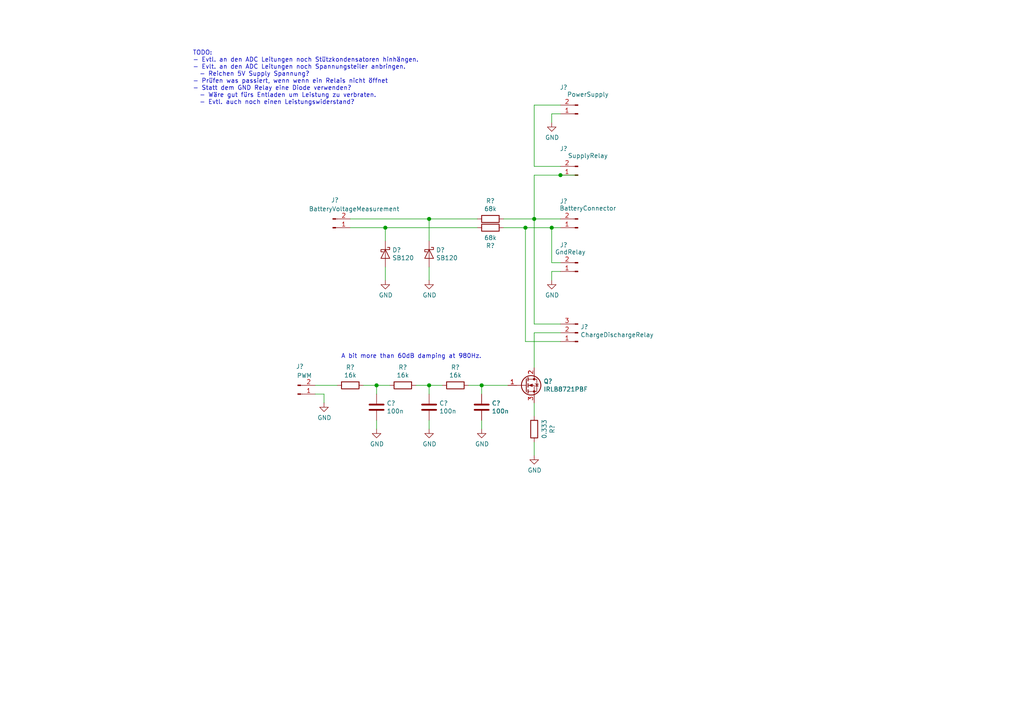
<source format=kicad_sch>
(kicad_sch (version 20201015) (generator eeschema)
  (paper "A4")
  (lib_symbols
    (symbol "Connector:Conn_01x02_Male" (pin_names (offset 1.016) hide)
      (property "Reference" "J" (at 0 2.54 0))
      (property "Value" "Conn_01x02_Male" (at 0 -5.08 0))
      (symbol "Conn_01x02_Male_1_1"
        (rectangle (start 0.8636 -2.413) (end 0 -2.667) (stroke (width 0.1524)) (fill (type outline)))
        (rectangle (start 0.8636 0.127) (end 0 -0.127) (stroke (width 0.1524)) (fill (type outline)))
        (polyline (pts (xy 1.27 -2.54) (xy 0.8636 -2.54)) (stroke (width 0.1524)))
        (polyline (pts (xy 1.27 0) (xy 0.8636 0)) (stroke (width 0.1524)))
        (pin passive line (at 5.08 0 180) (length 3.81) (name "Pin_1") (number "1"))
        (pin passive line (at 5.08 -2.54 180) (length 3.81) (name "Pin_2") (number "2"))
      )
    )
    (symbol "Connector:Conn_01x03_Male" (pin_names (offset 1.016) hide)
      (property "Reference" "J" (at 0 5.08 0))
      (property "Value" "Conn_01x03_Male" (at 0 -5.08 0))
      (symbol "Conn_01x03_Male_1_1"
        (rectangle (start 0.8636 -2.413) (end 0 -2.667) (stroke (width 0.1524)) (fill (type outline)))
        (rectangle (start 0.8636 0.127) (end 0 -0.127) (stroke (width 0.1524)) (fill (type outline)))
        (rectangle (start 0.8636 2.667) (end 0 2.413) (stroke (width 0.1524)) (fill (type outline)))
        (polyline (pts (xy 1.27 -2.54) (xy 0.8636 -2.54)) (stroke (width 0.1524)))
        (polyline (pts (xy 1.27 0) (xy 0.8636 0)) (stroke (width 0.1524)))
        (polyline (pts (xy 1.27 2.54) (xy 0.8636 2.54)) (stroke (width 0.1524)))
        (pin passive line (at 5.08 2.54 180) (length 3.81) (name "Pin_1") (number "1"))
        (pin passive line (at 5.08 0 180) (length 3.81) (name "Pin_2") (number "2"))
        (pin passive line (at 5.08 -2.54 180) (length 3.81) (name "Pin_3") (number "3"))
      )
    )
    (symbol "Device:C" (pin_numbers hide) (pin_names (offset 0.254))
      (property "Reference" "C" (at 0.635 2.54 0))
      (property "Value" "C" (at 0.635 -2.54 0))
      (symbol "C_0_1"
        (polyline (pts (xy -2.032 -0.762) (xy 2.032 -0.762)) (stroke (width 0.508)))
        (polyline (pts (xy -2.032 0.762) (xy 2.032 0.762)) (stroke (width 0.508)))
      )
      (symbol "C_1_1"
        (pin passive line (at 0 3.81 270) (length 2.794) (name "~") (number "1"))
        (pin passive line (at 0 -3.81 90) (length 2.794) (name "~") (number "2"))
      )
    )
    (symbol "Device:R" (pin_numbers hide) (pin_names (offset 0))
      (property "Reference" "R" (at 2.032 0 90))
      (property "Value" "R" (at 0 0 90))
      (symbol "R_0_1"
        (rectangle (start -1.016 -2.54) (end 1.016 2.54) (stroke (width 0.254)))
      )
      (symbol "R_1_1"
        (pin passive line (at 0 3.81 270) (length 1.27) (name "~") (number "1"))
        (pin passive line (at 0 -3.81 90) (length 1.27) (name "~") (number "2"))
      )
    )
    (symbol "Diode:SB120" (pin_numbers hide) (pin_names (offset 1.016) hide)
      (property "Reference" "D" (at 0 2.54 0))
      (property "Value" "SB120" (at 0 -2.54 0))
      (symbol "SB120_0_1"
        (polyline (pts (xy 1.27 0) (xy -1.27 0)))
        (polyline (pts (xy 1.27 1.27) (xy 1.27 -1.27) (xy -1.27 0) (xy 1.27 1.27)) (stroke (width 0.2032)))
        (polyline (pts (xy -1.905 0.635) (xy -1.905 1.27) (xy -1.27 1.27) (xy -1.27 -1.27) (xy -0.635 -1.27) (xy -0.635 -0.635)) (stroke (width 0.2032)))
      )
      (symbol "SB120_1_1"
        (pin passive line (at -3.81 0 0) (length 2.54) (name "K") (number "1"))
        (pin passive line (at 3.81 0 180) (length 2.54) (name "A") (number "2"))
      )
    )
    (symbol "Transistor_FET:IRLB8721PBF" (pin_names (offset 0) hide)
      (property "Reference" "Q" (at 6.35 1.905 0))
      (property "Value" "IRLB8721PBF" (at 6.35 0 0))
      (symbol "IRLB8721PBF_0_1"
        (circle (center 1.651 0) (radius 2.8194) (stroke (width 0.254)))
        (circle (center 2.54 -1.778) (radius 0.2794) (fill (type outline)))
        (circle (center 2.54 1.778) (radius 0.2794) (fill (type outline)))
        (polyline (pts (xy 0.254 0) (xy -2.54 0)))
        (polyline (pts (xy 0.762 -1.778) (xy 2.54 -1.778)))
        (polyline (pts (xy 0.762 -1.27) (xy 0.762 -2.286)) (stroke (width 0.254)))
        (polyline (pts (xy 0.762 0) (xy 2.54 0)))
        (polyline (pts (xy 0.762 0.508) (xy 0.762 -0.508)) (stroke (width 0.254)))
        (polyline (pts (xy 0.762 1.778) (xy 2.54 1.778)))
        (polyline (pts (xy 0.762 2.286) (xy 0.762 1.27)) (stroke (width 0.254)))
        (polyline (pts (xy 2.54 -1.778) (xy 2.54 -2.54)))
        (polyline (pts (xy 2.54 -1.778) (xy 2.54 0)))
        (polyline (pts (xy 2.54 2.54) (xy 2.54 1.778)))
        (polyline (pts (xy 0.254 1.905) (xy 0.254 -1.905) (xy 0.254 -1.905)) (stroke (width 0.254)))
        (polyline (pts (xy 1.016 0) (xy 2.032 0.381) (xy 2.032 -0.381) (xy 1.016 0)) (fill (type outline)))
        (polyline (pts (xy 2.54 -1.778) (xy 3.302 -1.778) (xy 3.302 1.778) (xy 2.54 1.778)))
        (polyline (pts (xy 2.794 0.508) (xy 2.921 0.381) (xy 3.683 0.381) (xy 3.81 0.254)))
        (polyline (pts (xy 3.302 0.381) (xy 2.921 -0.254) (xy 3.683 -0.254) (xy 3.302 0.381)))
      )
      (symbol "IRLB8721PBF_1_1"
        (pin input line (at -5.08 0 0) (length 2.54) (name "G") (number "1"))
        (pin passive line (at 2.54 5.08 270) (length 2.54) (name "D") (number "2"))
        (pin passive line (at 2.54 -5.08 90) (length 2.54) (name "S") (number "3"))
      )
    )
    (symbol "power:GND" (power) (pin_names (offset 0))
      (property "Value" "GND" (at 0 -3.81 0))
      (symbol "GND_0_1"
        (polyline (pts (xy 0 0) (xy 0 -1.27) (xy 1.27 -1.27) (xy 0 -2.54) (xy -1.27 -1.27) (xy 0 -1.27)))
      )
      (symbol "GND_1_1"
        (pin power_in line (at 0 0 270) (length 0) hide (name "GND") (number "1"))
      )
    )
  )
  (junction (at 109.22 111.76) (diameter 1.016))
  (junction (at 111.76 66.04) (diameter 1.016))
  (junction (at 124.46 63.5) (diameter 1.016))
  (junction (at 124.46 111.76) (diameter 1.016))
  (junction (at 139.7 111.76) (diameter 1.016))
  (junction (at 152.4 66.04) (diameter 1.016))
  (junction (at 154.94 63.5) (diameter 1.016))
  (junction (at 160.02 66.04) (diameter 1.016))
  (junction (at 162.56 50.8) (diameter 1.016))
  (wire (pts (xy 91.44 111.76) (xy 97.79 111.76)))
  (wire (pts (xy 93.98 114.3) (xy 91.44 114.3)))
  (wire (pts (xy 93.98 116.84) (xy 93.98 114.3)))
  (wire (pts (xy 101.6 63.5) (xy 124.46 63.5)))
  (wire (pts (xy 101.6 66.04) (xy 111.76 66.04)))
  (wire (pts (xy 105.41 111.76) (xy 109.22 111.76)))
  (wire (pts (xy 109.22 111.76) (xy 109.22 114.3)))
  (wire (pts (xy 109.22 111.76) (xy 113.03 111.76)))
  (wire (pts (xy 109.22 121.92) (xy 109.22 124.46)))
  (wire (pts (xy 111.76 66.04) (xy 111.76 69.85)))
  (wire (pts (xy 111.76 66.04) (xy 138.43 66.04)))
  (wire (pts (xy 111.76 77.47) (xy 111.76 81.28)))
  (wire (pts (xy 124.46 63.5) (xy 124.46 69.85)))
  (wire (pts (xy 124.46 63.5) (xy 138.43 63.5)))
  (wire (pts (xy 124.46 77.47) (xy 124.46 81.28)))
  (wire (pts (xy 124.46 111.76) (xy 120.65 111.76)))
  (wire (pts (xy 124.46 111.76) (xy 124.46 114.3)))
  (wire (pts (xy 124.46 111.76) (xy 128.27 111.76)))
  (wire (pts (xy 124.46 121.92) (xy 124.46 124.46)))
  (wire (pts (xy 135.89 111.76) (xy 139.7 111.76)))
  (wire (pts (xy 139.7 111.76) (xy 147.32 111.76)))
  (wire (pts (xy 139.7 114.3) (xy 139.7 111.76)))
  (wire (pts (xy 139.7 121.92) (xy 139.7 124.46)))
  (wire (pts (xy 146.05 63.5) (xy 154.94 63.5)))
  (wire (pts (xy 146.05 66.04) (xy 152.4 66.04)))
  (wire (pts (xy 152.4 66.04) (xy 160.02 66.04)))
  (wire (pts (xy 152.4 99.06) (xy 152.4 66.04)))
  (wire (pts (xy 154.94 30.48) (xy 162.56 30.48)))
  (wire (pts (xy 154.94 48.26) (xy 154.94 30.48)))
  (wire (pts (xy 154.94 50.8) (xy 154.94 63.5)))
  (wire (pts (xy 154.94 63.5) (xy 162.56 63.5)))
  (wire (pts (xy 154.94 93.98) (xy 154.94 63.5)))
  (wire (pts (xy 154.94 96.52) (xy 162.56 96.52)))
  (wire (pts (xy 154.94 106.68) (xy 154.94 96.52)))
  (wire (pts (xy 154.94 116.84) (xy 154.94 120.65)))
  (wire (pts (xy 154.94 128.27) (xy 154.94 132.08)))
  (wire (pts (xy 160.02 33.02) (xy 162.56 33.02)))
  (wire (pts (xy 160.02 35.56) (xy 160.02 33.02)))
  (wire (pts (xy 160.02 66.04) (xy 162.56 66.04)))
  (wire (pts (xy 160.02 76.2) (xy 160.02 66.04)))
  (wire (pts (xy 160.02 78.74) (xy 162.56 78.74)))
  (wire (pts (xy 160.02 81.28) (xy 160.02 78.74)))
  (wire (pts (xy 162.56 48.26) (xy 154.94 48.26)))
  (wire (pts (xy 162.56 50.8) (xy 154.94 50.8)))
  (wire (pts (xy 162.56 76.2) (xy 160.02 76.2)))
  (wire (pts (xy 162.56 93.98) (xy 154.94 93.98)))
  (wire (pts (xy 162.56 99.06) (xy 152.4 99.06)))
  (wire (pts (xy 167.64 50.8) (xy 162.56 50.8)))
  (text "TODO:\n- Evtl. an den ADC Leitungen noch Stützkondensatoren hinhängen.\n- Evlt. an den ADC Leitungen noch Spannungsteiler anbringen.\n  - Reichen 5V Supply Spannung?\n- Prüfen was passiert, wenn wenn ein Relais nicht öffnet\n- Statt dem GND Relay eine Diode verwenden?\n  - Wäre gut fürs Entladen um Leistung zu verbraten.\n  - Evtl. auch noch einen Leistungswiderstand?" (at 55.88 30.48 0) (effects (font (size 1.27 1.27)) (justify left bottom)))
  (text "A bit more than 60dB damping at 980Hz." (at 139.7 104.14 180) (effects (font (size 1.27 1.27)) (justify right bottom)))
  (symbol (lib_id "power:GND") (at 93.98 116.84 0) (unit 1)
    (property "Reference" "#PWR?" (effects hide))
    (property "Value" "GND" (at 94.0943 121.1644 0))
  )
  (symbol (lib_id "power:GND") (at 109.22 124.46 0) (unit 1)
    (property "Reference" "#PWR?" (effects hide))
    (property "Value" "GND" (at 109.3343 128.7844 0))
  )
  (symbol (lib_id "power:GND") (at 111.76 81.28 0) (unit 1)
    (property "Reference" "#PWR?" (effects hide))
    (property "Value" "GND" (at 111.8743 85.6044 0))
  )
  (symbol (lib_id "power:GND") (at 124.46 81.28 0) (unit 1)
    (property "Reference" "#PWR?" (effects hide))
    (property "Value" "GND" (at 124.5743 85.6044 0))
  )
  (symbol (lib_id "power:GND") (at 124.46 124.46 0) (unit 1)
    (property "Reference" "#PWR?" (effects hide))
    (property "Value" "GND" (at 124.5743 128.7844 0))
  )
  (symbol (lib_id "power:GND") (at 139.7 124.46 0) (unit 1)
    (property "Reference" "#PWR?" (effects hide))
    (property "Value" "GND" (at 139.8143 128.7844 0))
  )
  (symbol (lib_id "power:GND") (at 154.94 132.08 0) (unit 1)
    (property "Reference" "#PWR?" (effects hide))
    (property "Value" "GND" (at 155.0543 136.4044 0))
  )
  (symbol (lib_id "power:GND") (at 160.02 35.56 0) (unit 1)
    (property "Reference" "#PWR?" (effects hide))
    (property "Value" "GND" (at 160.1343 39.8844 0))
  )
  (symbol (lib_id "power:GND") (at 160.02 81.28 0) (unit 1)
    (property "Reference" "#PWR?" (effects hide))
    (property "Value" "GND" (at 160.1343 85.6044 0))
  )
  (symbol (lib_id "Device:R") (at 101.6 111.76 90) (unit 1)
    (property "Reference" "R?" (at 101.6 106.5338 90))
    (property "Value" "16k" (at 101.6 108.8325 90))
  )
  (symbol (lib_id "Device:R") (at 116.84 111.76 90) (unit 1)
    (property "Reference" "R?" (at 116.84 106.5338 90))
    (property "Value" "16k" (at 116.84 108.833 90))
  )
  (symbol (lib_id "Device:R") (at 132.08 111.76 90) (unit 1)
    (property "Reference" "R?" (at 132.08 106.5338 90))
    (property "Value" "16k" (at 132.08 108.832 90))
  )
  (symbol (lib_id "Device:R") (at 142.24 63.5 90) (unit 1)
    (property "Reference" "R?" (at 142.24 58.2738 90))
    (property "Value" "68k" (at 142.24 60.572 90))
  )
  (symbol (lib_id "Device:R") (at 142.24 66.04 270) (unit 1)
    (property "Reference" "R?" (at 142.24 71.2662 90))
    (property "Value" "68k" (at 142.24 68.968 90))
  )
  (symbol (lib_id "Device:R") (at 154.94 124.46 0) (unit 1)
    (property "Reference" "R?" (at 160.1662 124.46 90))
    (property "Value" "0.333" (at 157.868 124.46 90))
  )
  (symbol (lib_id "Diode:SB120") (at 111.76 73.66 270) (unit 1)
    (property "Reference" "D?" (at 113.7667 72.5106 90) (effects (justify left)))
    (property "Value" "SB120" (at 113.7667 74.8093 90) (effects (justify left)))
    (property "Footprint" "Diode_THT:D_DO-41_SOD81_P10.16mm_Horizontal" (effects hide))
    (property "Datasheet" "http://www.diodes.com/_files/datasheets/ds23022.pdf" (effects hide))
  )
  (symbol (lib_id "Diode:SB120") (at 124.46 73.66 270) (unit 1)
    (property "Reference" "D?" (at 126.4667 72.5106 90) (effects (justify left)))
    (property "Value" "SB120" (at 126.4667 74.8093 90) (effects (justify left)))
    (property "Footprint" "Diode_THT:D_DO-41_SOD81_P10.16mm_Horizontal" (effects hide))
    (property "Datasheet" "http://www.diodes.com/_files/datasheets/ds23022.pdf" (effects hide))
  )
  (symbol (lib_id "Connector:Conn_01x02_Male") (at 86.36 114.3 0) (mirror x) (unit 1)
    (property "Reference" "J?" (at 86.9682 106.296 0))
    (property "Value" "PWM" (at 88.2772 108.9506 0))
  )
  (symbol (lib_id "Connector:Conn_01x02_Male") (at 96.52 66.04 0) (mirror x) (unit 1)
    (property "Reference" "J?" (at 97.1282 58.036 0))
    (property "Value" "BatteryVoltageMeasurement" (at 102.724 60.594 0))
  )
  (symbol (lib_id "Connector:Conn_01x02_Male") (at 167.64 33.02 180) (unit 1)
    (property "Reference" "J?" (at 163.489 25.3442 0))
    (property "Value" "PowerSupply" (at 170.513 27.388 0))
  )
  (symbol (lib_id "Connector:Conn_01x02_Male") (at 167.64 50.8 180) (unit 1)
    (property "Reference" "J?" (at 163.489 43.1242 0))
    (property "Value" "SupplyRelay" (at 170.513 45.168 0))
  )
  (symbol (lib_id "Connector:Conn_01x02_Male") (at 167.64 66.04 180) (unit 1)
    (property "Reference" "J?" (at 163.489 58.3642 0))
    (property "Value" "BatteryConnector" (at 170.5129 60.4083 0))
  )
  (symbol (lib_id "Connector:Conn_01x02_Male") (at 167.64 78.74 180) (unit 1)
    (property "Reference" "J?" (at 163.489 71.0642 0))
    (property "Value" "GndRelay" (at 165.433 73.108 0))
  )
  (symbol (lib_id "Device:C") (at 109.22 118.11 0) (unit 1)
    (property "Reference" "C?" (at 112.1411 116.9606 0) (effects (justify left)))
    (property "Value" "100n" (at 112.1411 119.2593 0) (effects (justify left)))
  )
  (symbol (lib_id "Device:C") (at 124.46 118.11 0) (unit 1)
    (property "Reference" "C?" (at 127.3811 116.9606 0) (effects (justify left)))
    (property "Value" "100n" (at 127.3811 119.2593 0) (effects (justify left)))
  )
  (symbol (lib_id "Device:C") (at 139.7 118.11 0) (unit 1)
    (property "Reference" "C?" (at 142.6211 116.9606 0) (effects (justify left)))
    (property "Value" "100n" (at 142.6211 119.2593 0) (effects (justify left)))
  )
  (symbol (lib_id "Connector:Conn_01x03_Male") (at 167.64 96.52 180) (unit 1)
    (property "Reference" "J?" (at 168.3513 94.8118 0) (effects (justify right)))
    (property "Value" "ChargeDischargeRelay" (at 168.351 97.111 0) (effects (justify right)))
  )
  (symbol (lib_id "Transistor_FET:IRLB8721PBF") (at 152.4 111.76 0) (unit 1)
    (property "Reference" "Q?" (at 157.6325 110.6106 0) (effects (justify left)))
    (property "Value" "IRLB8721PBF" (at 157.6325 112.9093 0) (effects (justify left)))
    (property "Footprint" "Package_TO_SOT_THT:TO-220-3_Vertical" (effects hide))
    (property "Datasheet" "http://www.infineon.com/dgdl/irlb8721pbf.pdf?fileId=5546d462533600a40153566056732591" (effects hide))
  )
)
</source>
